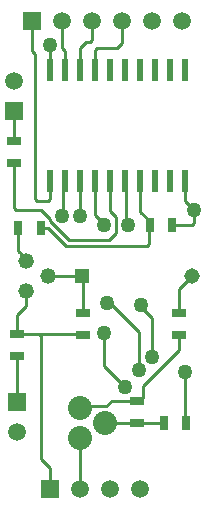
<source format=gtl>
G04*
G04 #@! TF.GenerationSoftware,Altium Limited,Altium Designer,21.6.4 (81)*
G04*
G04 Layer_Physical_Order=1*
G04 Layer_Color=255*
%FSLAX44Y44*%
%MOMM*%
G71*
G04*
G04 #@! TF.SameCoordinates,E2B56968-5C85-43A6-89BA-F0D4BCF3F59A*
G04*
G04*
G04 #@! TF.FilePolarity,Positive*
G04*
G01*
G75*
%ADD10R,0.5588X1.9812*%
%ADD11R,1.3000X0.7000*%
%ADD12R,0.7000X1.3000*%
%ADD13C,0.2540*%
%ADD14C,1.3208*%
%ADD15C,1.5000*%
%ADD16R,1.5000X1.5000*%
%ADD17R,1.5000X1.5000*%
%ADD18C,2.0320*%
%ADD19R,1.3080X1.3080*%
%ADD20C,1.3080*%
%ADD21C,1.2700*%
D10*
X50800Y377190D02*
D03*
X63500D02*
D03*
X76200D02*
D03*
X88900D02*
D03*
X101600D02*
D03*
X114300D02*
D03*
X127000D02*
D03*
X139700D02*
D03*
X152400D02*
D03*
X165100D02*
D03*
Y283210D02*
D03*
X152400D02*
D03*
X139700D02*
D03*
X127000D02*
D03*
X114300D02*
D03*
X101600D02*
D03*
X88900D02*
D03*
X76200D02*
D03*
X63500D02*
D03*
X50800D02*
D03*
D11*
X20320Y298500D02*
D03*
Y317500D02*
D03*
X22860Y135280D02*
D03*
Y154280D02*
D03*
X78740Y153060D02*
D03*
Y172060D02*
D03*
X160020Y172060D02*
D03*
Y153060D02*
D03*
X124460Y97740D02*
D03*
Y78740D02*
D03*
D12*
X24180Y243840D02*
D03*
X43180D02*
D03*
X135280Y246380D02*
D03*
X154280D02*
D03*
X166320Y78740D02*
D03*
X147320D02*
D03*
D13*
X76200Y254000D02*
Y283210D01*
X88900Y254732D02*
Y283210D01*
X96713Y246380D02*
Y246919D01*
X88900Y254732D02*
X96713Y246919D01*
X133132Y228600D02*
X134620Y230088D01*
X49567Y243840D02*
X64807Y228600D01*
X115667Y247747D02*
X117033Y246380D01*
X64807Y228600D02*
X133132D01*
X115667Y247747D02*
Y281843D01*
X101600Y258208D02*
X106873Y252935D01*
X100728Y233680D02*
X106873Y239825D01*
X66912Y233680D02*
X100728D01*
X50800Y249792D02*
X66912Y233680D01*
X106873Y239825D02*
Y252935D01*
X21808Y259080D02*
X43328D01*
X43180Y243840D02*
X49567D01*
X43328Y259080D02*
X50800Y251608D01*
Y249792D02*
Y251608D01*
X62230Y255270D02*
Y281940D01*
X60960Y254000D02*
X62230Y255270D01*
Y281940D02*
X63500Y283210D01*
X99060Y180340D02*
X101600D01*
X126384Y155556D01*
X114300Y283210D02*
X115667Y281843D01*
X135280Y246380D02*
Y249380D01*
X127000Y257660D02*
Y283210D01*
Y257660D02*
X135280Y249380D01*
X126384Y123844D02*
Y155556D01*
X127834Y176966D02*
Y178634D01*
Y176966D02*
X137160Y167640D01*
Y134620D02*
Y167640D01*
X101600Y258208D02*
Y283210D01*
X134620Y230088D02*
Y245720D01*
X20320Y260568D02*
Y298500D01*
Y260568D02*
X21808Y259080D01*
X96520Y127055D02*
X114254Y109321D01*
X96520Y127055D02*
Y154940D01*
X129690Y99970D02*
Y110235D01*
X103271Y97740D02*
X124460D01*
X129690Y110235D02*
X160020Y140565D01*
X124460Y97740D02*
X127460D01*
X129690Y99970D01*
X160020Y140565D02*
Y153060D01*
X98241Y92710D02*
X103271Y97740D01*
X77470Y92710D02*
X98241D01*
X154280Y246380D02*
X171232D01*
X172720Y247868D02*
Y259080D01*
X171232Y246380D02*
X172720Y247868D01*
X165710Y79350D02*
X166320Y78740D01*
X165710Y79350D02*
Y121310D01*
X165100Y121920D02*
X165710Y121310D01*
X20320Y317500D02*
Y342900D01*
X39588Y266700D02*
X49312D01*
X38100Y268188D02*
Y391160D01*
X49312Y266700D02*
X50800Y268188D01*
X38100D02*
X39588Y266700D01*
X50800Y268188D02*
Y283210D01*
X134620Y245720D02*
X135280Y246380D01*
X22860Y96520D02*
Y135280D01*
X76200Y22860D02*
Y66040D01*
X124460Y78740D02*
X147320D01*
X97790D02*
X124460D01*
X76200Y91440D02*
X77470Y92710D01*
X160020Y172060D02*
Y192360D01*
X170860Y203200D01*
X49530D02*
X78060D01*
X78740Y202520D01*
Y172060D02*
Y202520D01*
X41910Y153670D02*
X43180Y152400D01*
X41910Y153670D02*
X78130D01*
X23470D02*
X41910D01*
X22860Y154280D02*
X23470Y153670D01*
X78130D02*
X78740Y153060D01*
X43180Y48260D02*
Y152400D01*
X50800Y22860D02*
Y40640D01*
X43180Y48260D02*
X50800Y40640D01*
X24180Y224328D02*
X30480Y218028D01*
Y215900D02*
Y218028D01*
X24180Y224328D02*
Y243840D01*
X22860Y154280D02*
Y170180D01*
X30480Y177800D01*
Y190500D01*
X35560Y393700D02*
X38100Y391160D01*
X35560Y393700D02*
Y419100D01*
X165100Y266700D02*
Y283210D01*
Y266700D02*
X172720Y259080D01*
X60960Y396240D02*
Y419100D01*
Y396240D02*
X63500Y393700D01*
Y377190D02*
Y393700D01*
X50800Y377190D02*
Y398780D01*
X90388Y396240D02*
X107732D01*
X111760Y400268D01*
X88900Y394752D02*
X90388Y396240D01*
X111760Y400268D02*
Y419100D01*
X88900Y377190D02*
Y394752D01*
X84872Y401320D02*
X86360Y402808D01*
X81280Y401320D02*
X84872D01*
X86360Y402808D02*
Y419100D01*
X76200Y396240D02*
X81280Y401320D01*
X76200Y377190D02*
Y396240D01*
D14*
X30480Y190500D02*
D03*
X49530Y203200D02*
D03*
X30480Y215900D02*
D03*
D15*
X162560Y419100D02*
D03*
X137160D02*
D03*
X111760D02*
D03*
X86360D02*
D03*
X60960D02*
D03*
X20320Y368300D02*
D03*
X22860Y71120D02*
D03*
X76200Y22860D02*
D03*
X101600D02*
D03*
X127000D02*
D03*
D16*
X35560Y419100D02*
D03*
X50800Y22860D02*
D03*
D17*
X20320Y342900D02*
D03*
X22860Y96520D02*
D03*
D18*
X76200Y66040D02*
D03*
X97790Y78740D02*
D03*
X76200Y91440D02*
D03*
D19*
X78060Y203200D02*
D03*
D20*
X170860D02*
D03*
D21*
X76200Y254000D02*
D03*
X117033Y246380D02*
D03*
X96713D02*
D03*
X60960Y254000D02*
D03*
X99060Y180340D02*
D03*
X127834Y178634D02*
D03*
X126384Y123844D02*
D03*
X137160Y134620D02*
D03*
X96520Y154940D02*
D03*
X114254Y109321D02*
D03*
X165100Y121920D02*
D03*
X50800Y398780D02*
D03*
X172720Y259080D02*
D03*
M02*

</source>
